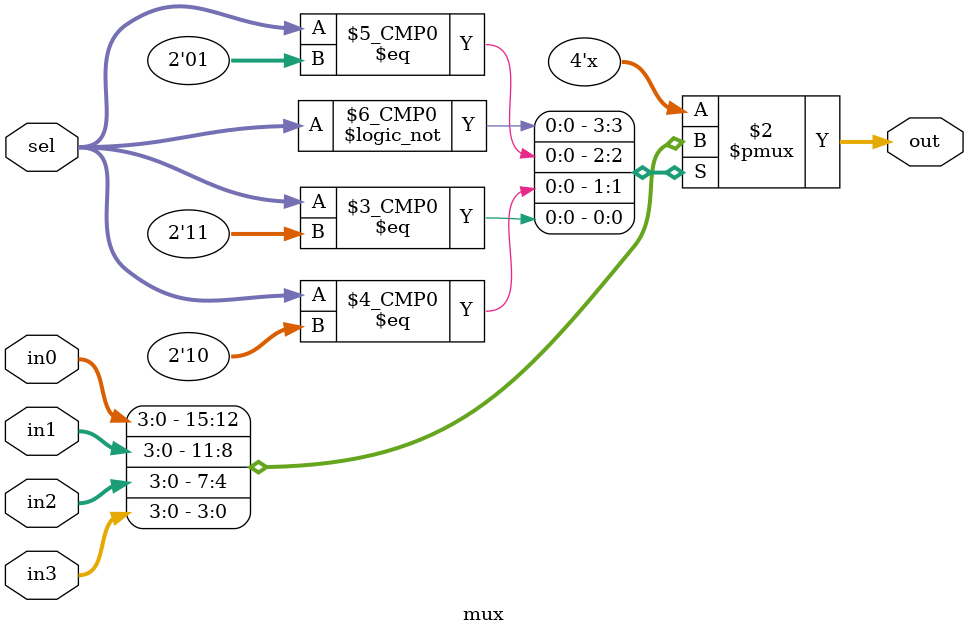
<source format=v>
module mux(input [3:0] in0, in1, in2, in3, output reg [3:0] out, input [1:0] sel);

    always @(*) begin
        case (sel)
            2'b00: out = in0;
            2'b01: out = in1;
            2'b10: out = in2;
            2'b11: out = in3;
        endcase
    end
endmodule
</source>
